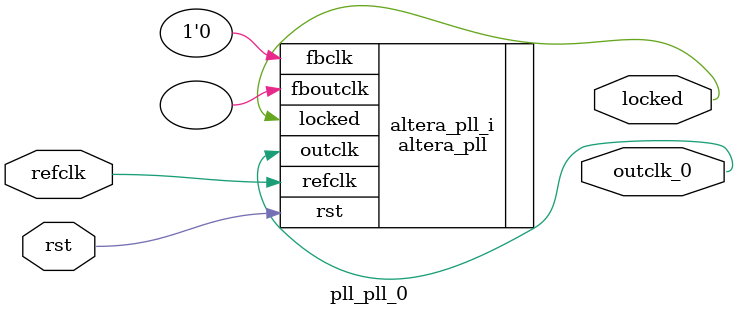
<source format=v>
`timescale 1ns/10ps
module  pll_pll_0(

	// interface 'refclk'
	input wire refclk,

	// interface 'reset'
	input wire rst,

	// interface 'outclk0'
	output wire outclk_0,

	// interface 'locked'
	output wire locked
);

	altera_pll #(
		.fractional_vco_multiplier("false"),
		.reference_clock_frequency("50.0 MHz"),
		.operation_mode("direct"),
		.number_of_clocks(1),
		.output_clock_frequency0("108.000000 MHz"),
		.phase_shift0("0 ps"),
		.duty_cycle0(50),
		.output_clock_frequency1("0 MHz"),
		.phase_shift1("0 ps"),
		.duty_cycle1(50),
		.output_clock_frequency2("0 MHz"),
		.phase_shift2("0 ps"),
		.duty_cycle2(50),
		.output_clock_frequency3("0 MHz"),
		.phase_shift3("0 ps"),
		.duty_cycle3(50),
		.output_clock_frequency4("0 MHz"),
		.phase_shift4("0 ps"),
		.duty_cycle4(50),
		.output_clock_frequency5("0 MHz"),
		.phase_shift5("0 ps"),
		.duty_cycle5(50),
		.output_clock_frequency6("0 MHz"),
		.phase_shift6("0 ps"),
		.duty_cycle6(50),
		.output_clock_frequency7("0 MHz"),
		.phase_shift7("0 ps"),
		.duty_cycle7(50),
		.output_clock_frequency8("0 MHz"),
		.phase_shift8("0 ps"),
		.duty_cycle8(50),
		.output_clock_frequency9("0 MHz"),
		.phase_shift9("0 ps"),
		.duty_cycle9(50),
		.output_clock_frequency10("0 MHz"),
		.phase_shift10("0 ps"),
		.duty_cycle10(50),
		.output_clock_frequency11("0 MHz"),
		.phase_shift11("0 ps"),
		.duty_cycle11(50),
		.output_clock_frequency12("0 MHz"),
		.phase_shift12("0 ps"),
		.duty_cycle12(50),
		.output_clock_frequency13("0 MHz"),
		.phase_shift13("0 ps"),
		.duty_cycle13(50),
		.output_clock_frequency14("0 MHz"),
		.phase_shift14("0 ps"),
		.duty_cycle14(50),
		.output_clock_frequency15("0 MHz"),
		.phase_shift15("0 ps"),
		.duty_cycle15(50),
		.output_clock_frequency16("0 MHz"),
		.phase_shift16("0 ps"),
		.duty_cycle16(50),
		.output_clock_frequency17("0 MHz"),
		.phase_shift17("0 ps"),
		.duty_cycle17(50),
		.pll_type("General"),
		.pll_subtype("General")
	) altera_pll_i (
		.rst	(rst),
		.outclk	({outclk_0}),
		.locked	(locked),
		.fboutclk	( ),
		.fbclk	(1'b0),
		.refclk	(refclk)
	);
endmodule


</source>
